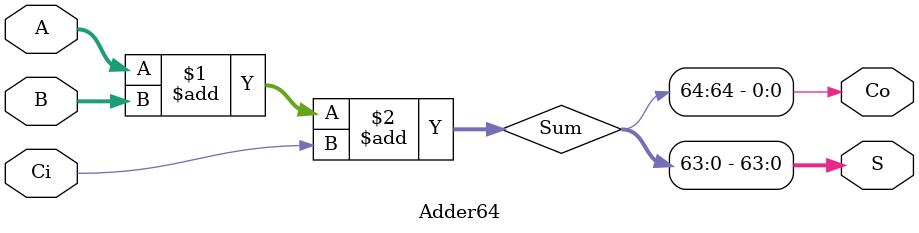
<source format=v>
module Adder64(A, B, Ci, S, Co);

input[63:0] A;
input[63:0] B;
input Ci;
output[63:0] S;
output Co;
wire[64:0] Sum;
assign Sum = A + B + Ci ;
assign S = Sum[63:0] ;
assign Co = Sum[64] ;
endmodule


</source>
